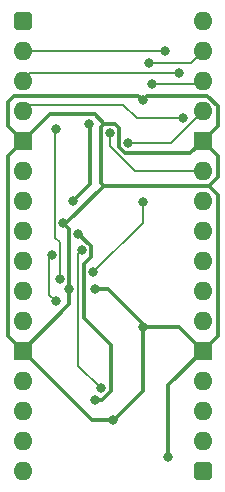
<source format=gbl>
%TF.GenerationSoftware,KiCad,Pcbnew,8.0.4*%
%TF.CreationDate,2024-08-23T09:54:03+02:00*%
%TF.ProjectId,State Reader,53746174-6520-4526-9561-6465722e6b69,V0*%
%TF.SameCoordinates,PX6d01460PY32de760*%
%TF.FileFunction,Copper,L2,Bot*%
%TF.FilePolarity,Positive*%
%FSLAX46Y46*%
G04 Gerber Fmt 4.6, Leading zero omitted, Abs format (unit mm)*
G04 Created by KiCad (PCBNEW 8.0.4) date 2024-08-23 09:54:03*
%MOMM*%
%LPD*%
G01*
G04 APERTURE LIST*
G04 Aperture macros list*
%AMRoundRect*
0 Rectangle with rounded corners*
0 $1 Rounding radius*
0 $2 $3 $4 $5 $6 $7 $8 $9 X,Y pos of 4 corners*
0 Add a 4 corners polygon primitive as box body*
4,1,4,$2,$3,$4,$5,$6,$7,$8,$9,$2,$3,0*
0 Add four circle primitives for the rounded corners*
1,1,$1+$1,$2,$3*
1,1,$1+$1,$4,$5*
1,1,$1+$1,$6,$7*
1,1,$1+$1,$8,$9*
0 Add four rect primitives between the rounded corners*
20,1,$1+$1,$2,$3,$4,$5,0*
20,1,$1+$1,$4,$5,$6,$7,0*
20,1,$1+$1,$6,$7,$8,$9,0*
20,1,$1+$1,$8,$9,$2,$3,0*%
G04 Aperture macros list end*
%TA.AperFunction,ComponentPad*%
%ADD10RoundRect,0.400000X-0.400000X-0.400000X0.400000X-0.400000X0.400000X0.400000X-0.400000X0.400000X0*%
%TD*%
%TA.AperFunction,ComponentPad*%
%ADD11O,1.600000X1.600000*%
%TD*%
%TA.AperFunction,ComponentPad*%
%ADD12R,1.600000X1.600000*%
%TD*%
%TA.AperFunction,ViaPad*%
%ADD13C,0.800000*%
%TD*%
%TA.AperFunction,Conductor*%
%ADD14C,0.380000*%
%TD*%
%TA.AperFunction,Conductor*%
%ADD15C,0.200000*%
%TD*%
G04 APERTURE END LIST*
D10*
%TO.P,J1,1,Pin_1*%
%TO.N,5V*%
X0Y0D03*
D11*
%TO.P,J1,2,Pin_2*%
%TO.N,S13*%
X0Y-2540000D03*
%TO.P,J1,3,Pin_3*%
%TO.N,S14*%
X0Y-5080000D03*
%TO.P,J1,4,Pin_4*%
%TO.N,S15*%
X0Y-7620000D03*
D12*
%TO.P,J1,5,Pin_5*%
%TO.N,GND*%
X0Y-10160000D03*
D11*
%TO.P,J1,6,Pin_6*%
%TO.N,Read State Low*%
X0Y-12700000D03*
%TO.P,J1,7,Pin_7*%
%TO.N,Read State High*%
X0Y-15240000D03*
%TO.P,J1,8,Pin_8*%
%TO.N,D7*%
X0Y-17780000D03*
%TO.P,J1,9,Pin_9*%
%TO.N,D6*%
X0Y-20320000D03*
%TO.P,J1,10,Pin_10*%
%TO.N,D5*%
X0Y-22860000D03*
%TO.P,J1,11,Pin_11*%
%TO.N,D4*%
X0Y-25400000D03*
D12*
%TO.P,J1,12,Pin_12*%
%TO.N,GND*%
X0Y-27940000D03*
D11*
%TO.P,J1,13,Pin_13*%
%TO.N,D3*%
X0Y-30480000D03*
%TO.P,J1,14,Pin_14*%
%TO.N,D2*%
X0Y-33020000D03*
%TO.P,J1,15,Pin_15*%
%TO.N,D1*%
X0Y-35560000D03*
%TO.P,J1,16,Pin_16*%
%TO.N,D0*%
X0Y-38100000D03*
D10*
%TO.P,J1,17,Pin_17*%
%TO.N,5V*%
X15240000Y-38100000D03*
D11*
%TO.P,J1,18,Pin_18*%
%TO.N,S0*%
X15240000Y-35560000D03*
%TO.P,J1,19,Pin_19*%
%TO.N,S1*%
X15240000Y-33020000D03*
%TO.P,J1,20,Pin_20*%
%TO.N,S2*%
X15240000Y-30480000D03*
D12*
%TO.P,J1,21,Pin_21*%
%TO.N,GND*%
X15240000Y-27940000D03*
D11*
%TO.P,J1,22,Pin_22*%
%TO.N,S3*%
X15240000Y-25400000D03*
%TO.P,J1,23,Pin_23*%
%TO.N,S4*%
X15240000Y-22860000D03*
%TO.P,J1,24,Pin_24*%
%TO.N,S5*%
X15240000Y-20320000D03*
%TO.P,J1,25,Pin_25*%
%TO.N,S6*%
X15240000Y-17780000D03*
%TO.P,J1,26,Pin_26*%
%TO.N,S7*%
X15240000Y-15240000D03*
%TO.P,J1,27,Pin_27*%
%TO.N,S8*%
X15240000Y-12700000D03*
D12*
%TO.P,J1,28,Pin_28*%
%TO.N,GND*%
X15240000Y-10160000D03*
D11*
%TO.P,J1,29,Pin_29*%
%TO.N,S9*%
X15240000Y-7620000D03*
%TO.P,J1,30,Pin_30*%
%TO.N,S10*%
X15240000Y-5080000D03*
%TO.P,J1,31,Pin_31*%
%TO.N,S11*%
X15240000Y-2540000D03*
%TO.P,J1,32,Pin_32*%
%TO.N,S12*%
X15240000Y0D03*
%TD*%
D13*
%TO.N,GND*%
X7620010Y-33782000D03*
X10160000Y-25907996D03*
X12318994Y-36957000D03*
X6096000Y-22733000D03*
X3429000Y-17145000D03*
X10160000Y-6731000D03*
X3937000Y-22733000D03*
%TO.N,/3.3V*%
X4727000Y-18036889D03*
X6096000Y-32103000D03*
X4301000Y-15240000D03*
X5637881Y-8760731D03*
%TO.N,/~{Read State High}*%
X10160000Y-15367004D03*
X5997000Y-21272002D03*
%TO.N,Read State High*%
X2794000Y-9144000D03*
X3147000Y-21874583D03*
%TO.N,/~{Read State Low}*%
X5000500Y-19439179D03*
X6604000Y-31115000D03*
%TO.N,Read State Low*%
X2794000Y-23749000D03*
X2447000Y-19797000D03*
%TO.N,S13*%
X12065000Y-2540004D03*
%TO.N,S14*%
X13208000Y-4445000D03*
%TO.N,S15*%
X13603000Y-8255000D03*
%TO.N,S8*%
X7393913Y-9536784D03*
%TO.N,S9*%
X8925246Y-10312254D03*
%TO.N,S10*%
X10922000Y-5334000D03*
%TO.N,S11*%
X10720031Y-3556000D03*
%TD*%
D14*
%TO.N,GND*%
X16510000Y-26670000D02*
X15240000Y-27940000D01*
X16510000Y-14732000D02*
X16510000Y-26670000D01*
X15748000Y-13970000D02*
X16510000Y-14732000D01*
X15652915Y-6350000D02*
X10541000Y-6350000D01*
X16510000Y-7207085D02*
X15652915Y-6350000D01*
X16510000Y-8890000D02*
X16510000Y-7207085D01*
X10541000Y-6350000D02*
X10160000Y-6731000D01*
X15240000Y-10160000D02*
X16510000Y-8890000D01*
%TO.N,/3.3V*%
X5715000Y-13826000D02*
X4301000Y-15240000D01*
X5715000Y-8837850D02*
X5715000Y-13826000D01*
X5637881Y-8760731D02*
X5715000Y-8837850D01*
D15*
%TO.N,/~{Read State High}*%
X10160000Y-17109002D02*
X10160000Y-15367004D01*
X5997000Y-21272002D02*
X10160000Y-17109002D01*
D14*
%TO.N,/3.3V*%
X7493000Y-31343229D02*
X6733229Y-32103000D01*
X7493000Y-27432000D02*
X7493000Y-31343229D01*
X5790500Y-19990500D02*
X5207000Y-20574000D01*
X5207000Y-25146000D02*
X7493000Y-27432000D01*
X5790500Y-19100389D02*
X5790500Y-19990500D01*
X6733229Y-32103000D02*
X6096000Y-32103000D01*
X4727000Y-18036889D02*
X5790500Y-19100389D01*
X5207000Y-20574000D02*
X5207000Y-25146000D01*
D15*
%TO.N,S15*%
X8527000Y-7130000D02*
X490000Y-7130000D01*
X9652000Y-8255000D02*
X8527000Y-7130000D01*
X13603000Y-8255000D02*
X9652000Y-8255000D01*
D14*
%TO.N,GND*%
X0Y-27940000D02*
X3937000Y-24003000D01*
X3937000Y-24003000D02*
X3937000Y-22733000D01*
X3937000Y-17653000D02*
X3937000Y-22733000D01*
X3429000Y-17145000D02*
X3937000Y-17653000D01*
X13207996Y-25907996D02*
X10160000Y-25907996D01*
X15240000Y-27940000D02*
X13207996Y-25907996D01*
X10160000Y-31369002D02*
X10160000Y-25907996D01*
X7747002Y-33782000D02*
X10160000Y-31369002D01*
X7620010Y-33782000D02*
X7747002Y-33782000D01*
X7239000Y-22733000D02*
X10160000Y-25654000D01*
X6096000Y-22733000D02*
X7239000Y-22733000D01*
X10160000Y-25654000D02*
X10160000Y-25907996D01*
X12318994Y-30861006D02*
X12318994Y-36957000D01*
X15240000Y-27940000D02*
X12318994Y-30861006D01*
D15*
%TO.N,Read State Low*%
X2238998Y-23193998D02*
X2794000Y-23749000D01*
X2238998Y-20005002D02*
X2238998Y-23193998D01*
X2447000Y-19797000D02*
X2238998Y-20005002D01*
D14*
%TO.N,GND*%
X6849063Y-13970000D02*
X3674063Y-17145000D01*
X3674063Y-17145000D02*
X3429000Y-17145000D01*
D15*
%TO.N,Read State High*%
X2729000Y-18350000D02*
X2729000Y-9209000D01*
X3147000Y-18768000D02*
X2729000Y-18350000D01*
X2729000Y-9209000D02*
X2794000Y-9144000D01*
X3147000Y-21874583D02*
X3147000Y-18768000D01*
D14*
%TO.N,GND*%
X7784732Y-8699500D02*
X8183913Y-9098681D01*
X6921500Y-8699500D02*
X7784732Y-8699500D01*
X6604000Y-13724937D02*
X6849063Y-13970000D01*
X6604000Y-9017000D02*
X6604000Y-13724937D01*
X6921500Y-8699500D02*
X6604000Y-9017000D01*
X6096000Y-7874000D02*
X6921500Y-8699500D01*
X0Y-10160000D02*
X2286000Y-7874000D01*
X2286000Y-7874000D02*
X6096000Y-7874000D01*
D15*
%TO.N,S13*%
X12064996Y-2540000D02*
X12065000Y-2540004D01*
X0Y-2540000D02*
X12064996Y-2540000D01*
D14*
%TO.N,GND*%
X-762000Y-6350000D02*
X9779000Y-6350000D01*
X-1270000Y-6858000D02*
X-762000Y-6350000D01*
X-1270000Y-8890000D02*
X-1270000Y-6858000D01*
X0Y-10160000D02*
X-1270000Y-8890000D01*
X9779000Y-6350000D02*
X10160000Y-6731000D01*
X0Y-27940000D02*
X5842000Y-33782000D01*
X5842000Y-33782000D02*
X7620010Y-33782000D01*
X-1270000Y-11430000D02*
X0Y-10160000D01*
X-1270000Y-26670000D02*
X-1270000Y-11430000D01*
X0Y-27940000D02*
X-1270000Y-26670000D01*
X8183913Y-9098681D02*
X8183913Y-9864013D01*
X8671812Y-11204000D02*
X14196000Y-11204000D01*
X8128000Y-9919926D02*
X8128000Y-10660188D01*
X15748000Y-13970000D02*
X6849063Y-13970000D01*
X16510000Y-13208000D02*
X15748000Y-13970000D01*
X14196000Y-11204000D02*
X15240000Y-10160000D01*
X16510000Y-11430000D02*
X16510000Y-13208000D01*
X8128000Y-10660188D02*
X8671812Y-11204000D01*
X15240000Y-10160000D02*
X16510000Y-11430000D01*
X8183913Y-9864013D02*
X8128000Y-9919926D01*
D15*
%TO.N,/~{Read State Low}*%
X4699000Y-29210000D02*
X4699000Y-19740679D01*
X6604000Y-31115000D02*
X4699000Y-29210000D01*
X4699000Y-19740679D02*
X5000500Y-19439179D01*
%TO.N,S14*%
X0Y-5080000D02*
X635000Y-4445000D01*
X635000Y-4445000D02*
X13208000Y-4445000D01*
%TO.N,S8*%
X15240000Y-12700000D02*
X9474848Y-12700000D01*
X7393913Y-10619065D02*
X7393913Y-9536784D01*
X9474848Y-12700000D02*
X7393913Y-10619065D01*
%TO.N,S9*%
X12547746Y-10312254D02*
X8925246Y-10312254D01*
X15240000Y-7620000D02*
X12547746Y-10312254D01*
%TO.N,S10*%
X10922000Y-5334000D02*
X14986000Y-5334000D01*
%TO.N,S11*%
X14224000Y-3556000D02*
X10720031Y-3556000D01*
X15240000Y-2540000D02*
X14224000Y-3556000D01*
%TD*%
M02*

</source>
